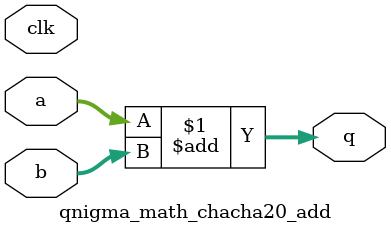
<source format=sv>
module qnigma_math_chacha20_add #(
  parameter bit R = 0,
  parameter int W = 16
)
(
  input  logic         clk,
  input  logic [W-1:0] a,
  input  logic [W-1:0] b,
  output logic [W-1:0] q
);

  generate
    if (R == 0) begin : gen_comb
      assign q = a + b;
    end
    else if (R == 1) begin : gen_ff
      always_ff @ (posedge clk) q <= a + b;
    end
  endgenerate

endmodule

</source>
